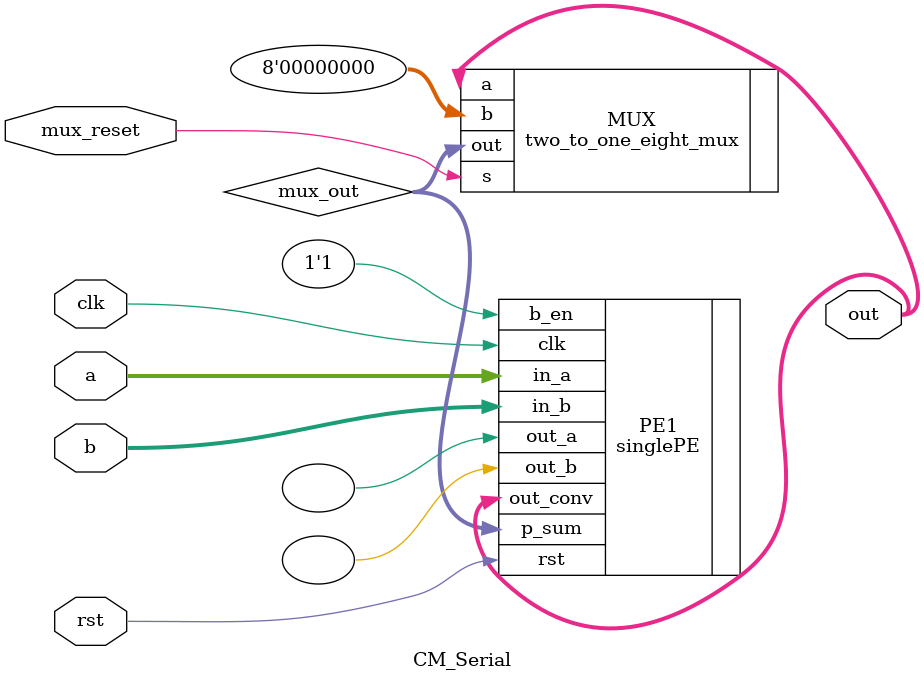
<source format=v>
module CM_Serial(a, b, clk, rst, mux_reset, out);
    input clk;
    input rst;   
    input mux_reset;
    input  [7:0] a, b;
    output [7:0] out;
    
    wire [7:0] mux_out;
    
    singlePE PE1(.clk(clk), .rst(rst), .in_a(a), .in_b(b), .b_en(1'b1), .p_sum(mux_out), 
	.out_a(), .out_b(), .out_conv(out));
                
    two_to_one_eight_mux MUX(.a(out), .b(8'd0), .s(mux_reset), .out(mux_out));

endmodule

</source>
